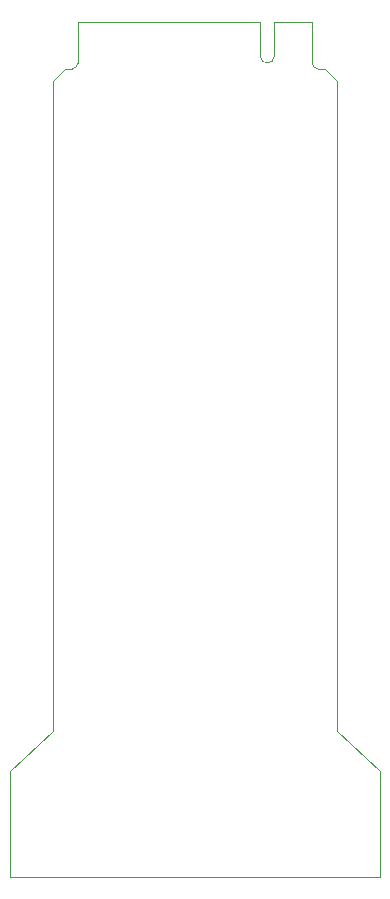
<source format=gbr>
%TF.GenerationSoftware,KiCad,Pcbnew,7.0.5*%
%TF.CreationDate,2023-09-25T01:54:48-05:00*%
%TF.ProjectId,Chimera_0005_Stepper,4368696d-6572-4615-9f30-3030355f5374,rev?*%
%TF.SameCoordinates,Original*%
%TF.FileFunction,Profile,NP*%
%FSLAX46Y46*%
G04 Gerber Fmt 4.6, Leading zero omitted, Abs format (unit mm)*
G04 Created by KiCad (PCBNEW 7.0.5) date 2023-09-25 01:54:48*
%MOMM*%
%LPD*%
G01*
G04 APERTURE LIST*
%TA.AperFunction,Profile*%
%ADD10C,0.050000*%
%TD*%
%TA.AperFunction,Profile*%
%ADD11C,0.100000*%
%TD*%
G04 APERTURE END LIST*
D10*
X120700000Y-131600000D02*
X124400000Y-135000000D01*
X93000000Y-135000000D02*
X96700000Y-131600000D01*
X124400000Y-135000000D02*
X124400000Y-135000000D01*
X124400000Y-144000000D02*
X124400000Y-135000000D01*
X93000000Y-144000000D02*
X124400000Y-144000000D01*
X93000000Y-135000000D02*
X93000000Y-144000000D01*
X93000000Y-135000000D02*
X93000000Y-135000000D01*
D11*
X120700000Y-131600000D02*
X120700000Y-76560000D01*
X97700000Y-75560000D02*
X96700000Y-76560000D01*
X96700000Y-131600000D02*
X96700000Y-76560000D01*
X119700000Y-75560000D02*
X120700000Y-76560000D01*
D10*
%TO.C,U2*%
X119700000Y-75560000D02*
X119125000Y-75560000D01*
X118625000Y-75060000D02*
X118625000Y-71560000D01*
X118625000Y-71560000D02*
X115425000Y-71560000D01*
X115425000Y-71560000D02*
X115425000Y-74460000D01*
X114225000Y-74460000D02*
X114225000Y-71560000D01*
X114225000Y-71560000D02*
X108700000Y-71560000D01*
X108700000Y-71560000D02*
X98775000Y-71560000D01*
X98775000Y-71560000D02*
X98775000Y-75060000D01*
X98275000Y-75560000D02*
X97700000Y-75560000D01*
X118625000Y-75060000D02*
G75*
G03*
X119125000Y-75560000I500001J1D01*
G01*
X114225000Y-74460000D02*
G75*
G03*
X115425000Y-74460000I600000J0D01*
G01*
X98275000Y-75560000D02*
G75*
G03*
X98775000Y-75060000I0J500000D01*
G01*
%TD*%
M02*

</source>
